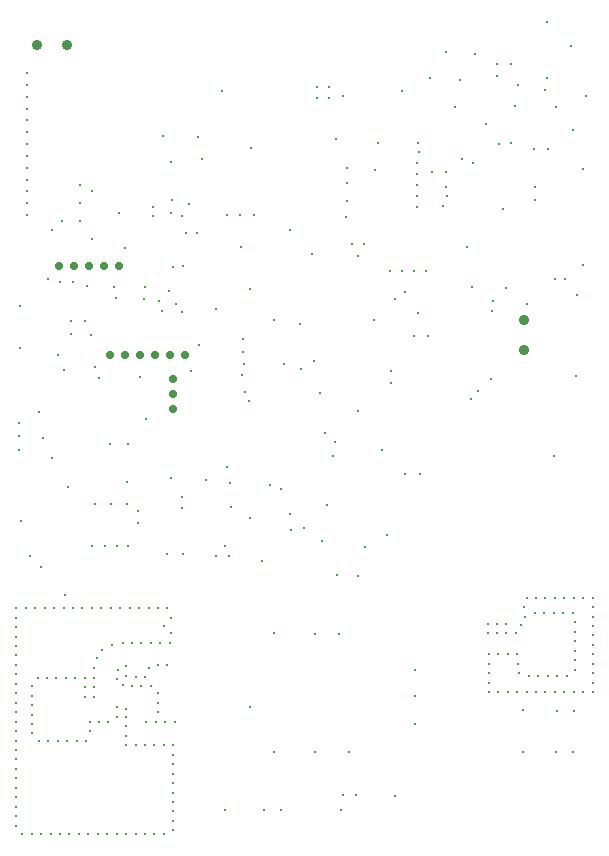
<source format=gbr>
%TF.GenerationSoftware,Altium Limited,Altium Designer,21.2.2 (38)*%
G04 Layer_Color=0*
%FSLAX45Y45*%
%MOMM*%
%TF.SameCoordinates,EE3A7C27-349B-46B6-A90B-2B7A9072729B*%
%TF.FilePolarity,Positive*%
%TF.FileFunction,Plated,1,4,PTH,Drill*%
%TF.Part,Single*%
G01*
G75*
%TA.AperFunction,ComponentDrill*%
%ADD143C,0.70000*%
%ADD144C,0.70000*%
%ADD145C,0.90000*%
%ADD146C,0.90000*%
%TA.AperFunction,ViaDrill,NotFilled*%
%ADD147C,0.30000*%
D143*
X1390000Y3780000D02*
D03*
Y3907000D02*
D03*
Y3653000D02*
D03*
D144*
X1364000Y4110000D02*
D03*
X1491000D02*
D03*
X1110000D02*
D03*
X1237000D02*
D03*
X856000D02*
D03*
X983000D02*
D03*
X931000Y4865000D02*
D03*
X804000D02*
D03*
X677000D02*
D03*
X550000D02*
D03*
X423000D02*
D03*
D145*
X4360000Y4410000D02*
D03*
Y4156000D02*
D03*
D146*
X490000Y6740000D02*
D03*
X236000D02*
D03*
D147*
X3830000Y5770000D02*
D03*
X1827500Y2497500D02*
D03*
X2035000Y2732500D02*
D03*
X1860000Y2410000D02*
D03*
X1750000D02*
D03*
X2375000Y2767500D02*
D03*
X1470000Y4867500D02*
D03*
X1590000Y5150000D02*
D03*
X1500000D02*
D03*
X3700000Y5660000D02*
D03*
X3580000D02*
D03*
X3700000Y5540000D02*
D03*
X3710000Y5460000D02*
D03*
X3930000Y5740000D02*
D03*
X2580000Y4060000D02*
D03*
X2140000Y2370000D02*
D03*
X1610000Y4200000D02*
D03*
X360000Y5170000D02*
D03*
X250000Y3630000D02*
D03*
X2810000Y260000D02*
D03*
X2300000D02*
D03*
X2160000D02*
D03*
X330000Y4760000D02*
D03*
X4180304Y5351369D02*
D03*
X3160000Y3312500D02*
D03*
X2950000Y3640000D02*
D03*
X3230000Y3980000D02*
D03*
Y3880000D02*
D03*
X2300000Y2980000D02*
D03*
X1460000Y2820000D02*
D03*
X1370000Y3070000D02*
D03*
X2050000Y5870000D02*
D03*
X930000Y5320001D02*
D03*
X3010000Y2490000D02*
D03*
X3090000Y4410000D02*
D03*
X3920000Y4690000D02*
D03*
X4450000Y5540000D02*
D03*
Y5430000D02*
D03*
X4150000Y5900000D02*
D03*
X4040000Y6070000D02*
D03*
X4630000Y6210000D02*
D03*
X2630000Y3790000D02*
D03*
X2470000Y3997500D02*
D03*
X850000Y3360000D02*
D03*
X1160000Y3570000D02*
D03*
X1110000Y3930000D02*
D03*
X450000Y5250000D02*
D03*
X700000Y5100000D02*
D03*
X600000Y5250000D02*
D03*
Y5400000D02*
D03*
X700000Y5500000D02*
D03*
X150000Y6500000D02*
D03*
Y6400000D02*
D03*
Y6300000D02*
D03*
Y6200000D02*
D03*
Y6100000D02*
D03*
Y6000000D02*
D03*
Y5900000D02*
D03*
Y5800000D02*
D03*
Y5700000D02*
D03*
Y5600000D02*
D03*
Y5500000D02*
D03*
Y5400000D02*
D03*
Y5300000D02*
D03*
X90000Y4170000D02*
D03*
Y4530000D02*
D03*
X4640000Y1100000D02*
D03*
X4780000D02*
D03*
X4770000Y750000D02*
D03*
X4630000D02*
D03*
X2790000Y1750000D02*
D03*
X2590000D02*
D03*
X2240000Y1760000D02*
D03*
X2040000Y1130000D02*
D03*
X2240000Y750000D02*
D03*
X2590000D02*
D03*
X2880000D02*
D03*
X3440000Y990000D02*
D03*
Y1230000D02*
D03*
Y1450000D02*
D03*
X2380000Y5170000D02*
D03*
X2560000Y4970000D02*
D03*
X1960000Y5030000D02*
D03*
X2040000Y4670000D02*
D03*
X1390000Y4860000D02*
D03*
X1370000Y5750000D02*
D03*
X1630000Y5770000D02*
D03*
X1600000Y5960000D02*
D03*
X3450000Y5370000D02*
D03*
Y5460000D02*
D03*
Y5550000D02*
D03*
Y5650000D02*
D03*
Y5740000D02*
D03*
X3470000Y5830000D02*
D03*
X3460000Y5910000D02*
D03*
X1800000Y6350000D02*
D03*
X3330000D02*
D03*
X3820000Y6440000D02*
D03*
X3560000Y6460000D02*
D03*
X3700000Y6680000D02*
D03*
X4130000Y6580000D02*
D03*
X4250000D02*
D03*
X4280000Y6220000D02*
D03*
X4310000Y6400000D02*
D03*
X4130000Y6480000D02*
D03*
X4550000Y6460000D02*
D03*
X4760000Y6730000D02*
D03*
X4770000Y6020000D02*
D03*
X4860000Y5690000D02*
D03*
Y4880000D02*
D03*
X4800000Y3940000D02*
D03*
X4810000Y4620000D02*
D03*
X4620000Y4760000D02*
D03*
X4710000D02*
D03*
X4380000Y4550000D02*
D03*
X4090000Y4490000D02*
D03*
X4100000Y4570000D02*
D03*
X3460000Y4470000D02*
D03*
X3270000Y4590000D02*
D03*
X3350000Y4650000D02*
D03*
X4610000Y3260000D02*
D03*
X3480000Y3110000D02*
D03*
X3350000D02*
D03*
X3200000Y2590000D02*
D03*
X2690000Y2840000D02*
D03*
X2740000Y3260000D02*
D03*
X2760000Y3380000D02*
D03*
X2670000Y3450000D02*
D03*
X2330000Y4040000D02*
D03*
X2240000Y4410000D02*
D03*
X2460000Y4380000D02*
D03*
X1980000Y4140000D02*
D03*
X660000Y4700000D02*
D03*
X540000Y4730000D02*
D03*
X430000D02*
D03*
X520000Y4290000D02*
D03*
Y4400000D02*
D03*
X640000D02*
D03*
X80000Y3540000D02*
D03*
Y3430000D02*
D03*
Y3310000D02*
D03*
X100000Y2710000D02*
D03*
X180000Y2410000D02*
D03*
X270000Y2320000D02*
D03*
X2950000Y2240000D02*
D03*
X3270000Y380000D02*
D03*
X2940000Y390000D02*
D03*
X2830000D02*
D03*
X2775659Y2255659D02*
D03*
X4380000Y2060000D02*
D03*
X4360000Y1980000D02*
D03*
X4210000Y1840000D02*
D03*
X4130000D02*
D03*
X4050000D02*
D03*
X4860000Y2060000D02*
D03*
X4780000D02*
D03*
X4700000D02*
D03*
X4620000D02*
D03*
X4540000D02*
D03*
X4460000D02*
D03*
X4940000Y1820000D02*
D03*
Y1900000D02*
D03*
Y1980000D02*
D03*
Y2060000D02*
D03*
Y1340000D02*
D03*
Y1420000D02*
D03*
Y1500000D02*
D03*
Y1580000D02*
D03*
Y1660000D02*
D03*
Y1740000D02*
D03*
X4620000Y1260000D02*
D03*
X4700000D02*
D03*
X4780000D02*
D03*
X4860000D02*
D03*
X4940000D02*
D03*
X4140000D02*
D03*
X4220000D02*
D03*
X4300000D02*
D03*
X4380000D02*
D03*
X4460000D02*
D03*
X4540000D02*
D03*
X4060000Y1500000D02*
D03*
Y1420000D02*
D03*
Y1340000D02*
D03*
Y1260000D02*
D03*
Y1580000D02*
D03*
X4140000D02*
D03*
X4220000D02*
D03*
X4300000D02*
D03*
X4310000Y1500000D02*
D03*
X4320000Y1420000D02*
D03*
X4400000Y1400000D02*
D03*
X4480000D02*
D03*
X4560000D02*
D03*
X4640000D02*
D03*
X4720000D02*
D03*
X4790000Y1450000D02*
D03*
Y1530000D02*
D03*
Y1610000D02*
D03*
Y1690000D02*
D03*
Y1770000D02*
D03*
Y1850000D02*
D03*
X4770000Y1930000D02*
D03*
X4690000D02*
D03*
X4610000D02*
D03*
X4530000D02*
D03*
X4450000D02*
D03*
X4370000Y1900000D02*
D03*
X4330000Y1830000D02*
D03*
X4290000Y1760000D02*
D03*
X4210000D02*
D03*
X4130000D02*
D03*
X4050000D02*
D03*
X1370000D02*
D03*
X1310000Y1820000D02*
D03*
X1370000Y1890000D02*
D03*
X1340000Y1970000D02*
D03*
X1260000D02*
D03*
X1180000D02*
D03*
X1100000D02*
D03*
X1020000D02*
D03*
X940000D02*
D03*
X860000D02*
D03*
X780000D02*
D03*
X700000D02*
D03*
X620000D02*
D03*
X540000D02*
D03*
X460000D02*
D03*
X380000D02*
D03*
X300000D02*
D03*
X220000D02*
D03*
X140000D02*
D03*
X60000Y1970000D02*
D03*
Y1890000D02*
D03*
Y1810000D02*
D03*
Y1730000D02*
D03*
Y1650000D02*
D03*
Y1570000D02*
D03*
Y1490000D02*
D03*
Y1410000D02*
D03*
Y1330000D02*
D03*
Y1250000D02*
D03*
Y1170000D02*
D03*
Y1090000D02*
D03*
Y1010000D02*
D03*
Y930000D02*
D03*
Y850000D02*
D03*
Y770000D02*
D03*
Y690000D02*
D03*
Y610000D02*
D03*
Y530000D02*
D03*
Y450000D02*
D03*
Y370000D02*
D03*
Y290000D02*
D03*
Y210000D02*
D03*
Y130000D02*
D03*
X110000Y60000D02*
D03*
X190000D02*
D03*
X270000D02*
D03*
X350000D02*
D03*
X430000D02*
D03*
X510000D02*
D03*
X590000D02*
D03*
X670000D02*
D03*
X750000D02*
D03*
X830000D02*
D03*
X910000D02*
D03*
X990000D02*
D03*
X1070000D02*
D03*
X1150000D02*
D03*
X1230000D02*
D03*
X1310000D02*
D03*
X1390000Y90000D02*
D03*
Y170000D02*
D03*
Y250000D02*
D03*
Y330000D02*
D03*
Y410000D02*
D03*
Y490000D02*
D03*
Y570000D02*
D03*
Y650000D02*
D03*
Y730000D02*
D03*
X1340000Y1490000D02*
D03*
X1260000D02*
D03*
X1180000Y1460000D02*
D03*
X1150000Y1390000D02*
D03*
X1070000D02*
D03*
X990000Y1400000D02*
D03*
Y1480000D02*
D03*
X920000Y1450000D02*
D03*
X910000Y1370000D02*
D03*
X960000Y1320000D02*
D03*
X1040000Y1310000D02*
D03*
X1120000D02*
D03*
X1200000D02*
D03*
X1260000Y1250000D02*
D03*
Y1170000D02*
D03*
Y1090000D02*
D03*
X1160000Y1010000D02*
D03*
X1240000D02*
D03*
X1320000D02*
D03*
X1400000D02*
D03*
X1390000Y810000D02*
D03*
X1310000D02*
D03*
X1230000D02*
D03*
X1150000D02*
D03*
X1070000D02*
D03*
X990000D02*
D03*
Y890000D02*
D03*
Y970000D02*
D03*
Y1050000D02*
D03*
Y1120000D02*
D03*
X910000Y1130000D02*
D03*
Y1050000D02*
D03*
X840000Y1010000D02*
D03*
X760000D02*
D03*
X680000D02*
D03*
Y930000D02*
D03*
X650000Y850000D02*
D03*
X570000D02*
D03*
X490000D02*
D03*
X410000D02*
D03*
X330000D02*
D03*
X250000D02*
D03*
X190000Y910000D02*
D03*
Y990000D02*
D03*
Y1070000D02*
D03*
Y1150000D02*
D03*
Y1230000D02*
D03*
Y1310000D02*
D03*
X240000Y1380000D02*
D03*
X320000D02*
D03*
X400000D02*
D03*
X480000D02*
D03*
X560000D02*
D03*
X640000D02*
D03*
Y1300000D02*
D03*
Y1220000D02*
D03*
X720000D02*
D03*
Y1300000D02*
D03*
Y1380000D02*
D03*
Y1460000D02*
D03*
X740000Y1550000D02*
D03*
X790000Y1620000D02*
D03*
X870000Y1660000D02*
D03*
X960000Y1680000D02*
D03*
X1040000D02*
D03*
X1120000D02*
D03*
X1200000D02*
D03*
X1280000D02*
D03*
X1360000D02*
D03*
X1470000Y2430000D02*
D03*
X1340000D02*
D03*
X3880000Y5030000D02*
D03*
X2860000Y5570000D02*
D03*
Y5420000D02*
D03*
X4882500Y6310000D02*
D03*
X4540000Y6360000D02*
D03*
X2210000Y3010000D02*
D03*
X1670000Y3060000D02*
D03*
X1000000Y3037500D02*
D03*
X1980000Y4250000D02*
D03*
X360000Y3240000D02*
D03*
X500000Y3000000D02*
D03*
X290000Y3410000D02*
D03*
X1090000Y2790000D02*
D03*
X860000Y2852500D02*
D03*
X730000D02*
D03*
X1000000D02*
D03*
X1090000Y2690000D02*
D03*
X1010000Y2500000D02*
D03*
X910000D02*
D03*
X810000D02*
D03*
X700000D02*
D03*
X4250000Y5910000D02*
D03*
X4440000Y5860000D02*
D03*
X4080000Y3910000D02*
D03*
X2770000Y5940000D02*
D03*
X2830000Y6310000D02*
D03*
X2710000Y6290000D02*
D03*
Y6380000D02*
D03*
X2610000D02*
D03*
Y6290000D02*
D03*
X2070000Y5300000D02*
D03*
X1950000D02*
D03*
X1840000D02*
D03*
X3675000Y5375000D02*
D03*
X3550000Y4275000D02*
D03*
X3425000D02*
D03*
X3525000Y4825000D02*
D03*
X3425000D02*
D03*
X3325000D02*
D03*
X3225000D02*
D03*
X2950000Y4950000D02*
D03*
X3000000Y5050000D02*
D03*
X2900000D02*
D03*
X1520000Y5395000D02*
D03*
X1375000Y5430000D02*
D03*
X1370000Y5317500D02*
D03*
X902500Y4595000D02*
D03*
X887500Y4687500D02*
D03*
X3772500Y6217500D02*
D03*
X1142500Y4590000D02*
D03*
X690000Y4287500D02*
D03*
X410000Y4110000D02*
D03*
X4557500Y6932500D02*
D03*
X1408591Y4542500D02*
D03*
X1350000Y4655000D02*
D03*
X1459341Y4480658D02*
D03*
X1152500Y4687500D02*
D03*
X1269341Y4570658D02*
D03*
X1292500Y4490000D02*
D03*
X3940000Y6660000D02*
D03*
X3970000Y3810000D02*
D03*
X4560000Y5860000D02*
D03*
X3910000Y3740000D02*
D03*
X4210000Y4680000D02*
D03*
X1990000Y4035659D02*
D03*
X1969342Y3940659D02*
D03*
X1752500Y4500000D02*
D03*
X730000Y4010000D02*
D03*
X460000Y3990000D02*
D03*
X1540000Y3980000D02*
D03*
X760000Y3920000D02*
D03*
X1010000Y3360000D02*
D03*
X1880000Y2830000D02*
D03*
X1460000Y2910000D02*
D03*
X2029341Y3720659D02*
D03*
X2000000Y3800000D02*
D03*
X1460000Y5290000D02*
D03*
X1870000Y3030000D02*
D03*
X1840000Y3170000D02*
D03*
X1300000Y5970000D02*
D03*
X1220000Y5370000D02*
D03*
Y5290000D02*
D03*
X983817Y5017500D02*
D03*
X600000Y5550000D02*
D03*
X1830000Y260000D02*
D03*
X4350000Y750000D02*
D03*
X2500000Y2650000D02*
D03*
X2386250Y2633750D02*
D03*
X4350000Y1110000D02*
D03*
X2650000Y2540000D02*
D03*
X470000Y2080000D02*
D03*
X2856020Y5698520D02*
D03*
X3120000Y5910000D02*
D03*
X2850000Y5280000D02*
D03*
X3100000Y5680000D02*
D03*
%TF.MD5,dfb6becd04bfb92944002a379d510c77*%
M02*

</source>
